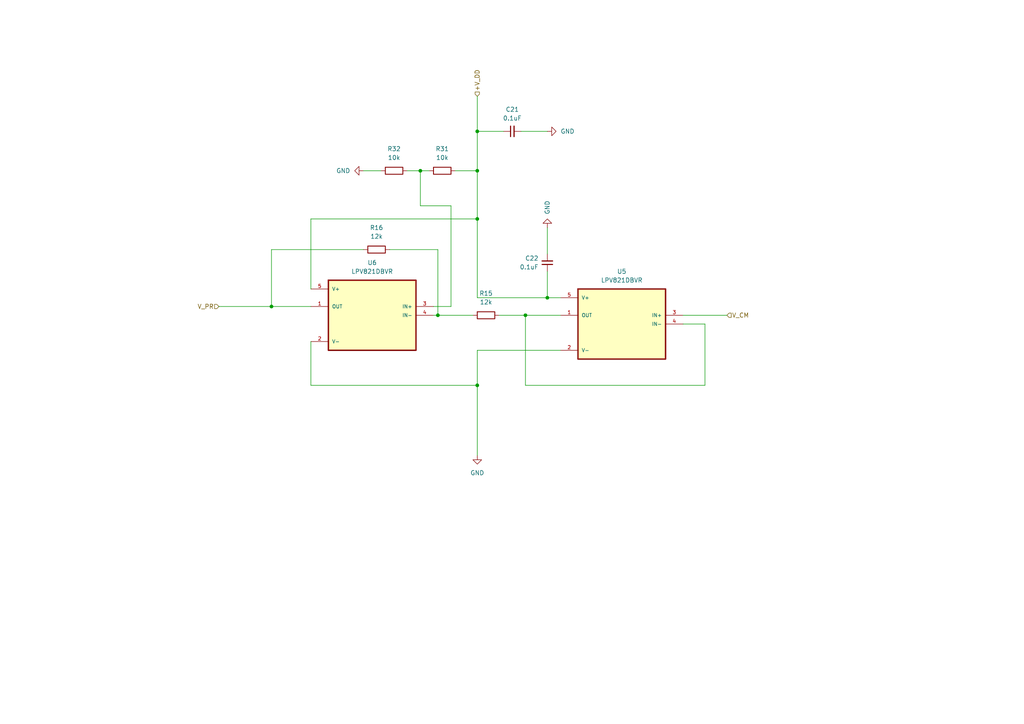
<source format=kicad_sch>
(kicad_sch
	(version 20231120)
	(generator "eeschema")
	(generator_version "8.0")
	(uuid "55aebef7-ba73-41cd-8409-51074960ee58")
	(paper "A4")
	(lib_symbols
		(symbol "Device:C_Small"
			(pin_numbers hide)
			(pin_names
				(offset 0.254) hide)
			(exclude_from_sim no)
			(in_bom yes)
			(on_board yes)
			(property "Reference" "C"
				(at 0.254 1.778 0)
				(effects
					(font
						(size 1.27 1.27)
					)
					(justify left)
				)
			)
			(property "Value" "C_Small"
				(at 0.254 -2.032 0)
				(effects
					(font
						(size 1.27 1.27)
					)
					(justify left)
				)
			)
			(property "Footprint" ""
				(at 0 0 0)
				(effects
					(font
						(size 1.27 1.27)
					)
					(hide yes)
				)
			)
			(property "Datasheet" "~"
				(at 0 0 0)
				(effects
					(font
						(size 1.27 1.27)
					)
					(hide yes)
				)
			)
			(property "Description" "Unpolarized capacitor, small symbol"
				(at 0 0 0)
				(effects
					(font
						(size 1.27 1.27)
					)
					(hide yes)
				)
			)
			(property "ki_keywords" "capacitor cap"
				(at 0 0 0)
				(effects
					(font
						(size 1.27 1.27)
					)
					(hide yes)
				)
			)
			(property "ki_fp_filters" "C_*"
				(at 0 0 0)
				(effects
					(font
						(size 1.27 1.27)
					)
					(hide yes)
				)
			)
			(symbol "C_Small_0_1"
				(polyline
					(pts
						(xy -1.524 -0.508) (xy 1.524 -0.508)
					)
					(stroke
						(width 0.3302)
						(type default)
					)
					(fill
						(type none)
					)
				)
				(polyline
					(pts
						(xy -1.524 0.508) (xy 1.524 0.508)
					)
					(stroke
						(width 0.3048)
						(type default)
					)
					(fill
						(type none)
					)
				)
			)
			(symbol "C_Small_1_1"
				(pin passive line
					(at 0 2.54 270)
					(length 2.032)
					(name "~"
						(effects
							(font
								(size 1.27 1.27)
							)
						)
					)
					(number "1"
						(effects
							(font
								(size 1.27 1.27)
							)
						)
					)
				)
				(pin passive line
					(at 0 -2.54 90)
					(length 2.032)
					(name "~"
						(effects
							(font
								(size 1.27 1.27)
							)
						)
					)
					(number "2"
						(effects
							(font
								(size 1.27 1.27)
							)
						)
					)
				)
			)
		)
		(symbol "Device:R"
			(pin_numbers hide)
			(pin_names
				(offset 0)
			)
			(exclude_from_sim no)
			(in_bom yes)
			(on_board yes)
			(property "Reference" "R"
				(at 2.032 0 90)
				(effects
					(font
						(size 1.27 1.27)
					)
				)
			)
			(property "Value" "R"
				(at 0 0 90)
				(effects
					(font
						(size 1.27 1.27)
					)
				)
			)
			(property "Footprint" ""
				(at -1.778 0 90)
				(effects
					(font
						(size 1.27 1.27)
					)
					(hide yes)
				)
			)
			(property "Datasheet" "~"
				(at 0 0 0)
				(effects
					(font
						(size 1.27 1.27)
					)
					(hide yes)
				)
			)
			(property "Description" "Resistor"
				(at 0 0 0)
				(effects
					(font
						(size 1.27 1.27)
					)
					(hide yes)
				)
			)
			(property "ki_keywords" "R res resistor"
				(at 0 0 0)
				(effects
					(font
						(size 1.27 1.27)
					)
					(hide yes)
				)
			)
			(property "ki_fp_filters" "R_*"
				(at 0 0 0)
				(effects
					(font
						(size 1.27 1.27)
					)
					(hide yes)
				)
			)
			(symbol "R_0_1"
				(rectangle
					(start -1.016 -2.54)
					(end 1.016 2.54)
					(stroke
						(width 0.254)
						(type default)
					)
					(fill
						(type none)
					)
				)
			)
			(symbol "R_1_1"
				(pin passive line
					(at 0 3.81 270)
					(length 1.27)
					(name "~"
						(effects
							(font
								(size 1.27 1.27)
							)
						)
					)
					(number "1"
						(effects
							(font
								(size 1.27 1.27)
							)
						)
					)
				)
				(pin passive line
					(at 0 -3.81 90)
					(length 1.27)
					(name "~"
						(effects
							(font
								(size 1.27 1.27)
							)
						)
					)
					(number "2"
						(effects
							(font
								(size 1.27 1.27)
							)
						)
					)
				)
			)
		)
		(symbol "LPV821DBVR:LPV821DBVR"
			(pin_names
				(offset 1.016)
			)
			(exclude_from_sim no)
			(in_bom yes)
			(on_board yes)
			(property "Reference" "U"
				(at -12.7 11.1506 0)
				(effects
					(font
						(size 1.27 1.27)
					)
					(justify left bottom)
				)
			)
			(property "Value" "LPV821DBVR"
				(at -12.7 -14.1478 0)
				(effects
					(font
						(size 1.27 1.27)
					)
					(justify left bottom)
				)
			)
			(property "Footprint" "SOT95P280X145-5N"
				(at 0 0 0)
				(effects
					(font
						(size 1.27 1.27)
					)
					(justify left bottom)
					(hide yes)
				)
			)
			(property "Datasheet" ""
				(at 0 0 0)
				(effects
					(font
						(size 1.27 1.27)
					)
					(justify left bottom)
					(hide yes)
				)
			)
			(property "Description" ""
				(at 0 0 0)
				(effects
					(font
						(size 1.27 1.27)
					)
					(hide yes)
				)
			)
			(property "MF" "Texas Instruments"
				(at 0 0 0)
				(effects
					(font
						(size 1.27 1.27)
					)
					(justify left bottom)
					(hide yes)
				)
			)
			(property "Description_1" "\\n650nA, Precision Zero-Drift Nanopower Amplifier\\n"
				(at 0 0 0)
				(effects
					(font
						(size 1.27 1.27)
					)
					(justify left bottom)
					(hide yes)
				)
			)
			(property "Package" "SOT-23-5 Texas Instruments"
				(at 0 0 0)
				(effects
					(font
						(size 1.27 1.27)
					)
					(justify left bottom)
					(hide yes)
				)
			)
			(property "Price" "None"
				(at 0 0 0)
				(effects
					(font
						(size 1.27 1.27)
					)
					(justify left bottom)
					(hide yes)
				)
			)
			(property "SnapEDA_Link" "https://www.snapeda.com/parts/LPV821DBVR/Texas+Instruments/view-part/?ref=snap"
				(at 0 0 0)
				(effects
					(font
						(size 1.27 1.27)
					)
					(justify left bottom)
					(hide yes)
				)
			)
			(property "MP" "LPV821DBVR"
				(at 0 0 0)
				(effects
					(font
						(size 1.27 1.27)
					)
					(justify left bottom)
					(hide yes)
				)
			)
			(property "Purchase-URL" "https://www.snapeda.com/api/url_track_click_mouser/?unipart_id=2773057&manufacturer=Texas Instruments&part_name=LPV821DBVR&search_term=None"
				(at 0 0 0)
				(effects
					(font
						(size 1.27 1.27)
					)
					(justify left bottom)
					(hide yes)
				)
			)
			(property "Availability" "In Stock"
				(at 0 0 0)
				(effects
					(font
						(size 1.27 1.27)
					)
					(justify left bottom)
					(hide yes)
				)
			)
			(property "Check_prices" "https://www.snapeda.com/parts/LPV821DBVR/Texas+Instruments/view-part/?ref=eda"
				(at 0 0 0)
				(effects
					(font
						(size 1.27 1.27)
					)
					(justify left bottom)
					(hide yes)
				)
			)
			(property "ki_locked" ""
				(at 0 0 0)
				(effects
					(font
						(size 1.27 1.27)
					)
				)
			)
			(symbol "LPV821DBVR_0_0"
				(rectangle
					(start -12.7 -10.16)
					(end 12.7 10.16)
					(stroke
						(width 0.4064)
						(type solid)
					)
					(fill
						(type background)
					)
				)
				(pin output line
					(at 17.78 2.54 180)
					(length 5.08)
					(name "OUT"
						(effects
							(font
								(size 1.016 1.016)
							)
						)
					)
					(number "1"
						(effects
							(font
								(size 1.016 1.016)
							)
						)
					)
				)
				(pin power_in line
					(at 17.78 -7.62 180)
					(length 5.08)
					(name "V-"
						(effects
							(font
								(size 1.016 1.016)
							)
						)
					)
					(number "2"
						(effects
							(font
								(size 1.016 1.016)
							)
						)
					)
				)
				(pin input line
					(at -17.78 2.54 0)
					(length 5.08)
					(name "IN+"
						(effects
							(font
								(size 1.016 1.016)
							)
						)
					)
					(number "3"
						(effects
							(font
								(size 1.016 1.016)
							)
						)
					)
				)
				(pin input line
					(at -17.78 0 0)
					(length 5.08)
					(name "IN-"
						(effects
							(font
								(size 1.016 1.016)
							)
						)
					)
					(number "4"
						(effects
							(font
								(size 1.016 1.016)
							)
						)
					)
				)
				(pin power_in line
					(at 17.78 7.62 180)
					(length 5.08)
					(name "V+"
						(effects
							(font
								(size 1.016 1.016)
							)
						)
					)
					(number "5"
						(effects
							(font
								(size 1.016 1.016)
							)
						)
					)
				)
			)
		)
		(symbol "power:GND"
			(power)
			(pin_numbers hide)
			(pin_names
				(offset 0) hide)
			(exclude_from_sim no)
			(in_bom yes)
			(on_board yes)
			(property "Reference" "#PWR"
				(at 0 -6.35 0)
				(effects
					(font
						(size 1.27 1.27)
					)
					(hide yes)
				)
			)
			(property "Value" "GND"
				(at 0 -3.81 0)
				(effects
					(font
						(size 1.27 1.27)
					)
				)
			)
			(property "Footprint" ""
				(at 0 0 0)
				(effects
					(font
						(size 1.27 1.27)
					)
					(hide yes)
				)
			)
			(property "Datasheet" ""
				(at 0 0 0)
				(effects
					(font
						(size 1.27 1.27)
					)
					(hide yes)
				)
			)
			(property "Description" "Power symbol creates a global label with name \"GND\" , ground"
				(at 0 0 0)
				(effects
					(font
						(size 1.27 1.27)
					)
					(hide yes)
				)
			)
			(property "ki_keywords" "global power"
				(at 0 0 0)
				(effects
					(font
						(size 1.27 1.27)
					)
					(hide yes)
				)
			)
			(symbol "GND_0_1"
				(polyline
					(pts
						(xy 0 0) (xy 0 -1.27) (xy 1.27 -1.27) (xy 0 -2.54) (xy -1.27 -1.27) (xy 0 -1.27)
					)
					(stroke
						(width 0)
						(type default)
					)
					(fill
						(type none)
					)
				)
			)
			(symbol "GND_1_1"
				(pin power_in line
					(at 0 0 270)
					(length 0)
					(name "~"
						(effects
							(font
								(size 1.27 1.27)
							)
						)
					)
					(number "1"
						(effects
							(font
								(size 1.27 1.27)
							)
						)
					)
				)
			)
		)
	)
	(junction
		(at 121.92 49.53)
		(diameter 0)
		(color 0 0 0 0)
		(uuid "02b57e80-6627-4563-94ac-1aaf985c0c07")
	)
	(junction
		(at 127 91.44)
		(diameter 0)
		(color 0 0 0 0)
		(uuid "0b2e3010-d435-4167-8b53-d5670b7ee5c4")
	)
	(junction
		(at 138.43 63.5)
		(diameter 0)
		(color 0 0 0 0)
		(uuid "1b3d8dfc-bc14-4d77-9b15-ea1dc0207fef")
	)
	(junction
		(at 138.43 38.1)
		(diameter 0)
		(color 0 0 0 0)
		(uuid "51476b80-a383-406a-bf81-59630294900f")
	)
	(junction
		(at 138.43 111.76)
		(diameter 0)
		(color 0 0 0 0)
		(uuid "56eb2540-8aa3-478e-8b0e-e8ab2b61e19c")
	)
	(junction
		(at 138.43 49.53)
		(diameter 0)
		(color 0 0 0 0)
		(uuid "b72a81bf-8f1c-4ab0-8b93-42148db6e785")
	)
	(junction
		(at 78.74 88.9)
		(diameter 0)
		(color 0 0 0 0)
		(uuid "cddaed37-2efc-41cc-97a6-55904c185fde")
	)
	(junction
		(at 158.75 86.36)
		(diameter 0)
		(color 0 0 0 0)
		(uuid "ed33f12f-42ba-4ff0-afd9-213d841227de")
	)
	(junction
		(at 152.4 91.44)
		(diameter 0)
		(color 0 0 0 0)
		(uuid "fc944e09-4c51-42cf-929d-e97a4d1cb79a")
	)
	(wire
		(pts
			(xy 127 91.44) (xy 125.73 91.44)
		)
		(stroke
			(width 0)
			(type default)
		)
		(uuid "058a0715-13b9-4fec-bb6a-4d78b041559c")
	)
	(wire
		(pts
			(xy 158.75 73.66) (xy 158.75 66.04)
		)
		(stroke
			(width 0)
			(type default)
		)
		(uuid "136ad9e2-3878-4936-b21e-1125d3aa2ace")
	)
	(wire
		(pts
			(xy 121.92 59.69) (xy 130.81 59.69)
		)
		(stroke
			(width 0)
			(type default)
		)
		(uuid "198e9b24-5b1a-4399-904d-cad1b731137b")
	)
	(wire
		(pts
			(xy 78.74 88.9) (xy 63.5 88.9)
		)
		(stroke
			(width 0)
			(type default)
		)
		(uuid "2ad906ff-f394-45ee-9020-f940bb56c0d0")
	)
	(wire
		(pts
			(xy 138.43 111.76) (xy 138.43 132.08)
		)
		(stroke
			(width 0)
			(type default)
		)
		(uuid "2bed9e75-9b70-44c3-8b0b-0b90484dbadc")
	)
	(wire
		(pts
			(xy 151.13 38.1) (xy 158.75 38.1)
		)
		(stroke
			(width 0)
			(type default)
		)
		(uuid "34ada8a1-edd4-436e-853b-9a2160282d58")
	)
	(wire
		(pts
			(xy 138.43 101.6) (xy 162.56 101.6)
		)
		(stroke
			(width 0)
			(type default)
		)
		(uuid "3ee8f515-d214-487f-bd7a-a96a91de9a2a")
	)
	(wire
		(pts
			(xy 138.43 49.53) (xy 138.43 63.5)
		)
		(stroke
			(width 0)
			(type default)
		)
		(uuid "41dc9f46-41d5-4b36-954a-409ceae4c289")
	)
	(wire
		(pts
			(xy 138.43 86.36) (xy 158.75 86.36)
		)
		(stroke
			(width 0)
			(type default)
		)
		(uuid "4313d350-a097-4d55-863f-4652e029ebb4")
	)
	(wire
		(pts
			(xy 138.43 38.1) (xy 138.43 49.53)
		)
		(stroke
			(width 0)
			(type default)
		)
		(uuid "46c7f55b-a918-4cfa-9798-fd1b4a1d3415")
	)
	(wire
		(pts
			(xy 198.12 93.98) (xy 204.47 93.98)
		)
		(stroke
			(width 0)
			(type default)
		)
		(uuid "498a71be-c437-4a62-8528-6cc05cd6b72c")
	)
	(wire
		(pts
			(xy 90.17 88.9) (xy 78.74 88.9)
		)
		(stroke
			(width 0)
			(type default)
		)
		(uuid "5191cab3-7060-4d29-b69d-5f894ba9211d")
	)
	(wire
		(pts
			(xy 138.43 49.53) (xy 132.08 49.53)
		)
		(stroke
			(width 0)
			(type default)
		)
		(uuid "605ef4af-ddb9-41a1-a870-15de8511b694")
	)
	(wire
		(pts
			(xy 124.46 49.53) (xy 121.92 49.53)
		)
		(stroke
			(width 0)
			(type default)
		)
		(uuid "620139fd-0b44-4eab-9420-2ffccea7bcb9")
	)
	(wire
		(pts
			(xy 158.75 86.36) (xy 162.56 86.36)
		)
		(stroke
			(width 0)
			(type default)
		)
		(uuid "62b153b1-34d9-4875-b57a-386126a31f2e")
	)
	(wire
		(pts
			(xy 130.81 59.69) (xy 130.81 88.9)
		)
		(stroke
			(width 0)
			(type default)
		)
		(uuid "716b0d15-0e86-4833-bbc4-2020619d002e")
	)
	(wire
		(pts
			(xy 127 72.39) (xy 127 91.44)
		)
		(stroke
			(width 0)
			(type default)
		)
		(uuid "7ac5d029-6fdd-442f-825c-c70881aed63e")
	)
	(wire
		(pts
			(xy 138.43 101.6) (xy 138.43 111.76)
		)
		(stroke
			(width 0)
			(type default)
		)
		(uuid "7f0b8cae-aa33-471c-ac2a-1b749feda5e9")
	)
	(wire
		(pts
			(xy 121.92 49.53) (xy 121.92 59.69)
		)
		(stroke
			(width 0)
			(type default)
		)
		(uuid "815cf317-4361-42fd-923a-08adb0d4d953")
	)
	(wire
		(pts
			(xy 138.43 27.94) (xy 138.43 38.1)
		)
		(stroke
			(width 0)
			(type default)
		)
		(uuid "8dda95fd-a701-48aa-a516-2408c666b179")
	)
	(wire
		(pts
			(xy 78.74 72.39) (xy 105.41 72.39)
		)
		(stroke
			(width 0)
			(type default)
		)
		(uuid "964c6be9-bd4c-4083-a15a-e532ffc936ed")
	)
	(wire
		(pts
			(xy 204.47 93.98) (xy 204.47 111.76)
		)
		(stroke
			(width 0)
			(type default)
		)
		(uuid "96ecac1f-15f4-45b3-8b9e-9a213f998684")
	)
	(wire
		(pts
			(xy 152.4 91.44) (xy 144.78 91.44)
		)
		(stroke
			(width 0)
			(type default)
		)
		(uuid "9b03d3fa-8fb0-4c34-bf06-4d0ebddb2f41")
	)
	(wire
		(pts
			(xy 110.49 49.53) (xy 105.41 49.53)
		)
		(stroke
			(width 0)
			(type default)
		)
		(uuid "a018eac9-3101-4b75-963b-0c5c7a9c9423")
	)
	(wire
		(pts
			(xy 130.81 88.9) (xy 125.73 88.9)
		)
		(stroke
			(width 0)
			(type default)
		)
		(uuid "a23f1fa2-5c9b-4238-9028-cb9016882e84")
	)
	(wire
		(pts
			(xy 113.03 72.39) (xy 127 72.39)
		)
		(stroke
			(width 0)
			(type default)
		)
		(uuid "a6700fb1-8b08-4fdc-8038-0a3135a5366e")
	)
	(wire
		(pts
			(xy 138.43 63.5) (xy 90.17 63.5)
		)
		(stroke
			(width 0)
			(type default)
		)
		(uuid "b50a48f0-2eab-47e9-90f6-d8e50fa2220e")
	)
	(wire
		(pts
			(xy 152.4 111.76) (xy 152.4 91.44)
		)
		(stroke
			(width 0)
			(type default)
		)
		(uuid "b9c00a5b-c50c-46b7-8155-9333e0fb6c67")
	)
	(wire
		(pts
			(xy 210.82 91.44) (xy 198.12 91.44)
		)
		(stroke
			(width 0)
			(type default)
		)
		(uuid "bcf28df5-c9f4-4e36-b9e3-2517f2e8ae11")
	)
	(wire
		(pts
			(xy 90.17 63.5) (xy 90.17 83.82)
		)
		(stroke
			(width 0)
			(type default)
		)
		(uuid "be72be08-5b52-4cb2-b5b1-89036bd64daf")
	)
	(wire
		(pts
			(xy 138.43 111.76) (xy 90.17 111.76)
		)
		(stroke
			(width 0)
			(type default)
		)
		(uuid "bfc4a55f-f46d-4b81-8d06-1068811af312")
	)
	(wire
		(pts
			(xy 78.74 88.9) (xy 78.74 72.39)
		)
		(stroke
			(width 0)
			(type default)
		)
		(uuid "c3da0c0f-92a6-44e1-ad70-dc6361d4f345")
	)
	(wire
		(pts
			(xy 90.17 111.76) (xy 90.17 99.06)
		)
		(stroke
			(width 0)
			(type default)
		)
		(uuid "cdcd5bd3-86d1-4308-bbb0-d6e1a3829337")
	)
	(wire
		(pts
			(xy 204.47 111.76) (xy 152.4 111.76)
		)
		(stroke
			(width 0)
			(type default)
		)
		(uuid "ceae3299-18ab-43ce-852f-6d7839b5386d")
	)
	(wire
		(pts
			(xy 137.16 91.44) (xy 127 91.44)
		)
		(stroke
			(width 0)
			(type default)
		)
		(uuid "d853e43a-5661-4660-b8f3-3c3942dcf077")
	)
	(wire
		(pts
			(xy 162.56 91.44) (xy 152.4 91.44)
		)
		(stroke
			(width 0)
			(type default)
		)
		(uuid "da7f3918-738d-4b33-b221-caa4031257a5")
	)
	(wire
		(pts
			(xy 146.05 38.1) (xy 138.43 38.1)
		)
		(stroke
			(width 0)
			(type default)
		)
		(uuid "df548c21-22a3-488e-8dc1-545788cd49b4")
	)
	(wire
		(pts
			(xy 121.92 49.53) (xy 118.11 49.53)
		)
		(stroke
			(width 0)
			(type default)
		)
		(uuid "e958380e-ee21-45fc-8663-353306a02a78")
	)
	(wire
		(pts
			(xy 138.43 63.5) (xy 138.43 86.36)
		)
		(stroke
			(width 0)
			(type default)
		)
		(uuid "e959217a-810d-4b5b-84c2-56322bb8fa53")
	)
	(wire
		(pts
			(xy 158.75 78.74) (xy 158.75 86.36)
		)
		(stroke
			(width 0)
			(type default)
		)
		(uuid "fc57f11e-fb9f-47ca-b475-2ea911b683e4")
	)
	(hierarchical_label "V_PR"
		(shape input)
		(at 63.5 88.9 180)
		(fields_autoplaced yes)
		(effects
			(font
				(size 1.27 1.27)
			)
			(justify right)
		)
		(uuid "769532d7-c266-49c3-9e6c-24952884a11d")
	)
	(hierarchical_label "+V_DD"
		(shape input)
		(at 138.43 27.94 90)
		(fields_autoplaced yes)
		(effects
			(font
				(size 1.27 1.27)
			)
			(justify left)
		)
		(uuid "7ee7bbb8-1b88-4aed-b75e-af20b87f16ff")
	)
	(hierarchical_label "V_CM"
		(shape input)
		(at 210.82 91.44 0)
		(fields_autoplaced yes)
		(effects
			(font
				(size 1.27 1.27)
			)
			(justify left)
		)
		(uuid "aa22f9e7-a667-43ed-b3ef-cb0b50ddbb7f")
	)
	(symbol
		(lib_id "Device:C_Small")
		(at 148.59 38.1 90)
		(mirror x)
		(unit 1)
		(exclude_from_sim no)
		(in_bom yes)
		(on_board yes)
		(dnp no)
		(fields_autoplaced yes)
		(uuid "14cee6fb-bafb-47c9-b3cf-8a167c9f7d9e")
		(property "Reference" "C21"
			(at 148.5963 31.75 90)
			(effects
				(font
					(size 1.27 1.27)
				)
			)
		)
		(property "Value" "0.1uF"
			(at 148.5963 34.29 90)
			(effects
				(font
					(size 1.27 1.27)
				)
			)
		)
		(property "Footprint" "Capacitor_SMD:C_0402_1005Metric"
			(at 148.59 38.1 0)
			(effects
				(font
					(size 1.27 1.27)
				)
				(hide yes)
			)
		)
		(property "Datasheet" "~"
			(at 148.59 38.1 0)
			(effects
				(font
					(size 1.27 1.27)
				)
				(hide yes)
			)
		)
		(property "Description" "Unpolarized capacitor, small symbol"
			(at 148.59 38.1 0)
			(effects
				(font
					(size 1.27 1.27)
				)
				(hide yes)
			)
		)
		(pin "1"
			(uuid "e3816eb9-c020-485e-bf3c-29d943e1ea4c")
		)
		(pin "2"
			(uuid "b3c46338-95e8-49ab-9f01-fdc810d8a591")
		)
		(instances
			(project "EMG_amplifier"
				(path "/26861adc-1ddf-4c37-9f8b-8db1c0839771/566a5450-97e0-4bc1-8c47-b0ac1397ab98/87e3490f-ae1c-443c-8c09-d2b58f9f3cb7"
					(reference "C21")
					(unit 1)
				)
			)
		)
	)
	(symbol
		(lib_id "LPV821DBVR:LPV821DBVR")
		(at 180.34 93.98 0)
		(mirror y)
		(unit 1)
		(exclude_from_sim no)
		(in_bom yes)
		(on_board yes)
		(dnp no)
		(fields_autoplaced yes)
		(uuid "201a683b-1b78-4a4f-ad7f-78976f09158c")
		(property "Reference" "U5"
			(at 180.34 78.74 0)
			(effects
				(font
					(size 1.27 1.27)
				)
			)
		)
		(property "Value" "LPV821DBVR"
			(at 180.34 81.28 0)
			(effects
				(font
					(size 1.27 1.27)
				)
			)
		)
		(property "Footprint" "SOT95P280X145-5N"
			(at 180.34 93.98 0)
			(effects
				(font
					(size 1.27 1.27)
				)
				(justify left bottom)
				(hide yes)
			)
		)
		(property "Datasheet" ""
			(at 180.34 93.98 0)
			(effects
				(font
					(size 1.27 1.27)
				)
				(justify left bottom)
				(hide yes)
			)
		)
		(property "Description" ""
			(at 180.34 93.98 0)
			(effects
				(font
					(size 1.27 1.27)
				)
				(hide yes)
			)
		)
		(property "MF" "Texas Instruments"
			(at 180.34 93.98 0)
			(effects
				(font
					(size 1.27 1.27)
				)
				(justify left bottom)
				(hide yes)
			)
		)
		(property "Description_1" "\\n650nA, Precision Zero-Drift Nanopower Amplifier\\n"
			(at 180.34 93.98 0)
			(effects
				(font
					(size 1.27 1.27)
				)
				(justify left bottom)
				(hide yes)
			)
		)
		(property "Package" "SOT-23-5 Texas Instruments"
			(at 180.34 93.98 0)
			(effects
				(font
					(size 1.27 1.27)
				)
				(justify left bottom)
				(hide yes)
			)
		)
		(property "Price" "None"
			(at 180.34 93.98 0)
			(effects
				(font
					(size 1.27 1.27)
				)
				(justify left bottom)
				(hide yes)
			)
		)
		(property "SnapEDA_Link" "https://www.snapeda.com/parts/LPV821DBVR/Texas+Instruments/view-part/?ref=snap"
			(at 180.34 93.98 0)
			(effects
				(font
					(size 1.27 1.27)
				)
				(justify left bottom)
				(hide yes)
			)
		)
		(property "MP" "LPV821DBVR"
			(at 180.34 93.98 0)
			(effects
				(font
					(size 1.27 1.27)
				)
				(justify left bottom)
				(hide yes)
			)
		)
		(property "Purchase-URL" "https://www.snapeda.com/api/url_track_click_mouser/?unipart_id=2773057&manufacturer=Texas Instruments&part_name=LPV821DBVR&search_term=None"
			(at 180.34 93.98 0)
			(effects
				(font
					(size 1.27 1.27)
				)
				(justify left bottom)
				(hide yes)
			)
		)
		(property "Availability" "In Stock"
			(at 180.34 93.98 0)
			(effects
				(font
					(size 1.27 1.27)
				)
				(justify left bottom)
				(hide yes)
			)
		)
		(property "Check_prices" "https://www.snapeda.com/parts/LPV821DBVR/Texas+Instruments/view-part/?ref=eda"
			(at 180.34 93.98 0)
			(effects
				(font
					(size 1.27 1.27)
				)
				(justify left bottom)
				(hide yes)
			)
		)
		(pin "5"
			(uuid "e992c834-0a3d-4138-a8e5-0fa6a9201c09")
		)
		(pin "4"
			(uuid "c1b089ea-4c74-4577-9c9b-eea60f0e3310")
		)
		(pin "1"
			(uuid "3b13ced3-7044-4ab9-adcd-98e145efa3dc")
		)
		(pin "2"
			(uuid "ed5ba16d-d83c-4955-8577-096e586781d6")
		)
		(pin "3"
			(uuid "6f3cebc3-81df-4ee0-ad76-477e9c09d714")
		)
		(instances
			(project "EMG_amplifier"
				(path "/26861adc-1ddf-4c37-9f8b-8db1c0839771/566a5450-97e0-4bc1-8c47-b0ac1397ab98/87e3490f-ae1c-443c-8c09-d2b58f9f3cb7"
					(reference "U5")
					(unit 1)
				)
			)
		)
	)
	(symbol
		(lib_id "power:GND")
		(at 105.41 49.53 270)
		(mirror x)
		(unit 1)
		(exclude_from_sim no)
		(in_bom yes)
		(on_board yes)
		(dnp no)
		(uuid "4fb6a605-57fc-4654-b2bf-29c7e7d93f4d")
		(property "Reference" "#PWR017"
			(at 99.06 49.53 0)
			(effects
				(font
					(size 1.27 1.27)
				)
				(hide yes)
			)
		)
		(property "Value" "GND"
			(at 101.6 49.5299 90)
			(effects
				(font
					(size 1.27 1.27)
				)
				(justify right)
			)
		)
		(property "Footprint" ""
			(at 105.41 49.53 0)
			(effects
				(font
					(size 1.27 1.27)
				)
				(hide yes)
			)
		)
		(property "Datasheet" ""
			(at 105.41 49.53 0)
			(effects
				(font
					(size 1.27 1.27)
				)
				(hide yes)
			)
		)
		(property "Description" "Power symbol creates a global label with name \"GND\" , ground"
			(at 105.41 49.53 0)
			(effects
				(font
					(size 1.27 1.27)
				)
				(hide yes)
			)
		)
		(pin "1"
			(uuid "090fd393-7ced-4daf-ae47-491268c2c088")
		)
		(instances
			(project ""
				(path "/26861adc-1ddf-4c37-9f8b-8db1c0839771/566a5450-97e0-4bc1-8c47-b0ac1397ab98/87e3490f-ae1c-443c-8c09-d2b58f9f3cb7"
					(reference "#PWR017")
					(unit 1)
				)
			)
		)
	)
	(symbol
		(lib_id "power:GND")
		(at 158.75 66.04 0)
		(mirror x)
		(unit 1)
		(exclude_from_sim no)
		(in_bom yes)
		(on_board yes)
		(dnp no)
		(fields_autoplaced yes)
		(uuid "618da622-33ec-4d4a-99f3-097a3a58e20b")
		(property "Reference" "#PWR012"
			(at 158.75 59.69 0)
			(effects
				(font
					(size 1.27 1.27)
				)
				(hide yes)
			)
		)
		(property "Value" "GND"
			(at 158.7501 62.23 90)
			(effects
				(font
					(size 1.27 1.27)
				)
				(justify right)
			)
		)
		(property "Footprint" ""
			(at 158.75 66.04 0)
			(effects
				(font
					(size 1.27 1.27)
				)
				(hide yes)
			)
		)
		(property "Datasheet" ""
			(at 158.75 66.04 0)
			(effects
				(font
					(size 1.27 1.27)
				)
				(hide yes)
			)
		)
		(property "Description" "Power symbol creates a global label with name \"GND\" , ground"
			(at 158.75 66.04 0)
			(effects
				(font
					(size 1.27 1.27)
				)
				(hide yes)
			)
		)
		(pin "1"
			(uuid "e421df3c-78ec-4be8-a2f7-fc86b4c8180d")
		)
		(instances
			(project "EMG_amplifier"
				(path "/26861adc-1ddf-4c37-9f8b-8db1c0839771/566a5450-97e0-4bc1-8c47-b0ac1397ab98/87e3490f-ae1c-443c-8c09-d2b58f9f3cb7"
					(reference "#PWR012")
					(unit 1)
				)
			)
		)
	)
	(symbol
		(lib_id "Device:R")
		(at 140.97 91.44 270)
		(mirror x)
		(unit 1)
		(exclude_from_sim no)
		(in_bom yes)
		(on_board yes)
		(dnp no)
		(fields_autoplaced yes)
		(uuid "775b613e-fd46-4031-9829-9d49da4f2f0e")
		(property "Reference" "R15"
			(at 140.97 85.09 90)
			(effects
				(font
					(size 1.27 1.27)
				)
			)
		)
		(property "Value" "12k"
			(at 140.97 87.63 90)
			(effects
				(font
					(size 1.27 1.27)
				)
			)
		)
		(property "Footprint" "Resistor_SMD:R_0402_1005Metric"
			(at 140.97 93.218 90)
			(effects
				(font
					(size 1.27 1.27)
				)
				(hide yes)
			)
		)
		(property "Datasheet" "~"
			(at 140.97 91.44 0)
			(effects
				(font
					(size 1.27 1.27)
				)
				(hide yes)
			)
		)
		(property "Description" "Resistor"
			(at 140.97 91.44 0)
			(effects
				(font
					(size 1.27 1.27)
				)
				(hide yes)
			)
		)
		(pin "1"
			(uuid "6405adb5-dff1-464b-9090-0a46bd7d5a1b")
		)
		(pin "2"
			(uuid "f2cedfdb-7469-44b5-8204-c4e7ba0dc733")
		)
		(instances
			(project "EMG_amplifier"
				(path "/26861adc-1ddf-4c37-9f8b-8db1c0839771/566a5450-97e0-4bc1-8c47-b0ac1397ab98/87e3490f-ae1c-443c-8c09-d2b58f9f3cb7"
					(reference "R15")
					(unit 1)
				)
			)
		)
	)
	(symbol
		(lib_id "Device:C_Small")
		(at 158.75 76.2 0)
		(mirror x)
		(unit 1)
		(exclude_from_sim no)
		(in_bom yes)
		(on_board yes)
		(dnp no)
		(fields_autoplaced yes)
		(uuid "a1999516-c5c5-47de-bad7-ad63aef2f847")
		(property "Reference" "C22"
			(at 156.21 74.9235 0)
			(effects
				(font
					(size 1.27 1.27)
				)
				(justify right)
			)
		)
		(property "Value" "0.1uF"
			(at 156.21 77.4635 0)
			(effects
				(font
					(size 1.27 1.27)
				)
				(justify right)
			)
		)
		(property "Footprint" "Capacitor_SMD:C_0402_1005Metric"
			(at 158.75 76.2 0)
			(effects
				(font
					(size 1.27 1.27)
				)
				(hide yes)
			)
		)
		(property "Datasheet" "~"
			(at 158.75 76.2 0)
			(effects
				(font
					(size 1.27 1.27)
				)
				(hide yes)
			)
		)
		(property "Description" "Unpolarized capacitor, small symbol"
			(at 158.75 76.2 0)
			(effects
				(font
					(size 1.27 1.27)
				)
				(hide yes)
			)
		)
		(pin "1"
			(uuid "8a044ae9-789e-4517-a3ae-bf64bf4cfe8d")
		)
		(pin "2"
			(uuid "e412a843-9133-488d-a006-d5abf9c55514")
		)
		(instances
			(project "EMG_amplifier"
				(path "/26861adc-1ddf-4c37-9f8b-8db1c0839771/566a5450-97e0-4bc1-8c47-b0ac1397ab98/87e3490f-ae1c-443c-8c09-d2b58f9f3cb7"
					(reference "C22")
					(unit 1)
				)
			)
		)
	)
	(symbol
		(lib_id "power:GND")
		(at 158.75 38.1 90)
		(mirror x)
		(unit 1)
		(exclude_from_sim no)
		(in_bom yes)
		(on_board yes)
		(dnp no)
		(fields_autoplaced yes)
		(uuid "a59421b4-2a4f-4ae9-b771-268fd336f4e1")
		(property "Reference" "#PWR013"
			(at 165.1 38.1 0)
			(effects
				(font
					(size 1.27 1.27)
				)
				(hide yes)
			)
		)
		(property "Value" "GND"
			(at 162.56 38.1001 90)
			(effects
				(font
					(size 1.27 1.27)
				)
				(justify right)
			)
		)
		(property "Footprint" ""
			(at 158.75 38.1 0)
			(effects
				(font
					(size 1.27 1.27)
				)
				(hide yes)
			)
		)
		(property "Datasheet" ""
			(at 158.75 38.1 0)
			(effects
				(font
					(size 1.27 1.27)
				)
				(hide yes)
			)
		)
		(property "Description" "Power symbol creates a global label with name \"GND\" , ground"
			(at 158.75 38.1 0)
			(effects
				(font
					(size 1.27 1.27)
				)
				(hide yes)
			)
		)
		(pin "1"
			(uuid "3e00d935-4aff-49ad-960d-3e1ed2fd4f8c")
		)
		(instances
			(project "EMG_amplifier"
				(path "/26861adc-1ddf-4c37-9f8b-8db1c0839771/566a5450-97e0-4bc1-8c47-b0ac1397ab98/87e3490f-ae1c-443c-8c09-d2b58f9f3cb7"
					(reference "#PWR013")
					(unit 1)
				)
			)
		)
	)
	(symbol
		(lib_id "Device:R")
		(at 128.27 49.53 270)
		(mirror x)
		(unit 1)
		(exclude_from_sim no)
		(in_bom yes)
		(on_board yes)
		(dnp no)
		(fields_autoplaced yes)
		(uuid "b7650752-4dfe-4499-8343-5d373d2f41c7")
		(property "Reference" "R31"
			(at 128.27 43.18 90)
			(effects
				(font
					(size 1.27 1.27)
				)
			)
		)
		(property "Value" "10k"
			(at 128.27 45.72 90)
			(effects
				(font
					(size 1.27 1.27)
				)
			)
		)
		(property "Footprint" "Resistor_SMD:R_0402_1005Metric"
			(at 128.27 51.308 90)
			(effects
				(font
					(size 1.27 1.27)
				)
				(hide yes)
			)
		)
		(property "Datasheet" "~"
			(at 128.27 49.53 0)
			(effects
				(font
					(size 1.27 1.27)
				)
				(hide yes)
			)
		)
		(property "Description" "Resistor"
			(at 128.27 49.53 0)
			(effects
				(font
					(size 1.27 1.27)
				)
				(hide yes)
			)
		)
		(pin "2"
			(uuid "04f8368c-12cd-41da-b902-190db3db0a08")
		)
		(pin "1"
			(uuid "d0065094-8580-45c0-8532-4e8bca828f9d")
		)
		(instances
			(project ""
				(path "/26861adc-1ddf-4c37-9f8b-8db1c0839771/566a5450-97e0-4bc1-8c47-b0ac1397ab98/87e3490f-ae1c-443c-8c09-d2b58f9f3cb7"
					(reference "R31")
					(unit 1)
				)
			)
		)
	)
	(symbol
		(lib_id "Device:R")
		(at 114.3 49.53 270)
		(mirror x)
		(unit 1)
		(exclude_from_sim no)
		(in_bom yes)
		(on_board yes)
		(dnp no)
		(fields_autoplaced yes)
		(uuid "c1d1460c-bceb-49a1-a82e-08fad2ea3114")
		(property "Reference" "R32"
			(at 114.3 43.18 90)
			(effects
				(font
					(size 1.27 1.27)
				)
			)
		)
		(property "Value" "10k"
			(at 114.3 45.72 90)
			(effects
				(font
					(size 1.27 1.27)
				)
			)
		)
		(property "Footprint" "Resistor_SMD:R_0402_1005Metric"
			(at 114.3 51.308 90)
			(effects
				(font
					(size 1.27 1.27)
				)
				(hide yes)
			)
		)
		(property "Datasheet" "~"
			(at 114.3 49.53 0)
			(effects
				(font
					(size 1.27 1.27)
				)
				(hide yes)
			)
		)
		(property "Description" "Resistor"
			(at 114.3 49.53 0)
			(effects
				(font
					(size 1.27 1.27)
				)
				(hide yes)
			)
		)
		(pin "2"
			(uuid "8f5588c8-5ae1-4301-b466-878ed3486c79")
		)
		(pin "1"
			(uuid "4ccf22b4-4109-4928-8333-ca7458a91132")
		)
		(instances
			(project ""
				(path "/26861adc-1ddf-4c37-9f8b-8db1c0839771/566a5450-97e0-4bc1-8c47-b0ac1397ab98/87e3490f-ae1c-443c-8c09-d2b58f9f3cb7"
					(reference "R32")
					(unit 1)
				)
			)
		)
	)
	(symbol
		(lib_id "power:GND")
		(at 138.43 132.08 0)
		(mirror y)
		(unit 1)
		(exclude_from_sim no)
		(in_bom yes)
		(on_board yes)
		(dnp no)
		(fields_autoplaced yes)
		(uuid "c83c9aa7-7444-4181-9ac1-efcf9792ad91")
		(property "Reference" "#PWR018"
			(at 138.43 138.43 0)
			(effects
				(font
					(size 1.27 1.27)
				)
				(hide yes)
			)
		)
		(property "Value" "GND"
			(at 138.43 137.16 0)
			(effects
				(font
					(size 1.27 1.27)
				)
			)
		)
		(property "Footprint" ""
			(at 138.43 132.08 0)
			(effects
				(font
					(size 1.27 1.27)
				)
				(hide yes)
			)
		)
		(property "Datasheet" ""
			(at 138.43 132.08 0)
			(effects
				(font
					(size 1.27 1.27)
				)
				(hide yes)
			)
		)
		(property "Description" "Power symbol creates a global label with name \"GND\" , ground"
			(at 138.43 132.08 0)
			(effects
				(font
					(size 1.27 1.27)
				)
				(hide yes)
			)
		)
		(pin "1"
			(uuid "9e4f4759-756c-489a-a135-c19ea044baa5")
		)
		(instances
			(project ""
				(path "/26861adc-1ddf-4c37-9f8b-8db1c0839771/566a5450-97e0-4bc1-8c47-b0ac1397ab98/87e3490f-ae1c-443c-8c09-d2b58f9f3cb7"
					(reference "#PWR018")
					(unit 1)
				)
			)
		)
	)
	(symbol
		(lib_id "Device:R")
		(at 109.22 72.39 270)
		(mirror x)
		(unit 1)
		(exclude_from_sim no)
		(in_bom yes)
		(on_board yes)
		(dnp no)
		(fields_autoplaced yes)
		(uuid "d6f09429-b4bd-4549-a010-a66931fa3097")
		(property "Reference" "R16"
			(at 109.22 66.04 90)
			(effects
				(font
					(size 1.27 1.27)
				)
			)
		)
		(property "Value" "12k"
			(at 109.22 68.58 90)
			(effects
				(font
					(size 1.27 1.27)
				)
			)
		)
		(property "Footprint" "Resistor_SMD:R_0402_1005Metric"
			(at 109.22 74.168 90)
			(effects
				(font
					(size 1.27 1.27)
				)
				(hide yes)
			)
		)
		(property "Datasheet" "~"
			(at 109.22 72.39 0)
			(effects
				(font
					(size 1.27 1.27)
				)
				(hide yes)
			)
		)
		(property "Description" "Resistor"
			(at 109.22 72.39 0)
			(effects
				(font
					(size 1.27 1.27)
				)
				(hide yes)
			)
		)
		(pin "1"
			(uuid "05f183bd-2d73-4cea-84a9-4be1189cc13b")
		)
		(pin "2"
			(uuid "d2bb8048-cafe-4769-9316-f123794f11c7")
		)
		(instances
			(project "EMG_amplifier"
				(path "/26861adc-1ddf-4c37-9f8b-8db1c0839771/566a5450-97e0-4bc1-8c47-b0ac1397ab98/87e3490f-ae1c-443c-8c09-d2b58f9f3cb7"
					(reference "R16")
					(unit 1)
				)
			)
		)
	)
	(symbol
		(lib_id "LPV821DBVR:LPV821DBVR")
		(at 107.95 91.44 0)
		(mirror y)
		(unit 1)
		(exclude_from_sim no)
		(in_bom yes)
		(on_board yes)
		(dnp no)
		(fields_autoplaced yes)
		(uuid "de405e28-e67b-425c-b734-15ba04074263")
		(property "Reference" "U6"
			(at 107.95 76.2 0)
			(effects
				(font
					(size 1.27 1.27)
				)
			)
		)
		(property "Value" "LPV821DBVR"
			(at 107.95 78.74 0)
			(effects
				(font
					(size 1.27 1.27)
				)
			)
		)
		(property "Footprint" "SOT95P280X145-5N"
			(at 107.95 91.44 0)
			(effects
				(font
					(size 1.27 1.27)
				)
				(justify left bottom)
				(hide yes)
			)
		)
		(property "Datasheet" ""
			(at 107.95 91.44 0)
			(effects
				(font
					(size 1.27 1.27)
				)
				(justify left bottom)
				(hide yes)
			)
		)
		(property "Description" ""
			(at 107.95 91.44 0)
			(effects
				(font
					(size 1.27 1.27)
				)
				(hide yes)
			)
		)
		(property "MF" "Texas Instruments"
			(at 107.95 91.44 0)
			(effects
				(font
					(size 1.27 1.27)
				)
				(justify left bottom)
				(hide yes)
			)
		)
		(property "Description_1" "\\n650nA, Precision Zero-Drift Nanopower Amplifier\\n"
			(at 107.95 91.44 0)
			(effects
				(font
					(size 1.27 1.27)
				)
				(justify left bottom)
				(hide yes)
			)
		)
		(property "Package" "SOT-23-5 Texas Instruments"
			(at 107.95 91.44 0)
			(effects
				(font
					(size 1.27 1.27)
				)
				(justify left bottom)
				(hide yes)
			)
		)
		(property "Price" "None"
			(at 107.95 91.44 0)
			(effects
				(font
					(size 1.27 1.27)
				)
				(justify left bottom)
				(hide yes)
			)
		)
		(property "SnapEDA_Link" "https://www.snapeda.com/parts/LPV821DBVR/Texas+Instruments/view-part/?ref=snap"
			(at 107.95 91.44 0)
			(effects
				(font
					(size 1.27 1.27)
				)
				(justify left bottom)
				(hide yes)
			)
		)
		(property "MP" "LPV821DBVR"
			(at 107.95 91.44 0)
			(effects
				(font
					(size 1.27 1.27)
				)
				(justify left bottom)
				(hide yes)
			)
		)
		(property "Purchase-URL" "https://www.snapeda.com/api/url_track_click_mouser/?unipart_id=2773057&manufacturer=Texas Instruments&part_name=LPV821DBVR&search_term=None"
			(at 107.95 91.44 0)
			(effects
				(font
					(size 1.27 1.27)
				)
				(justify left bottom)
				(hide yes)
			)
		)
		(property "Availability" "In Stock"
			(at 107.95 91.44 0)
			(effects
				(font
					(size 1.27 1.27)
				)
				(justify left bottom)
				(hide yes)
			)
		)
		(property "Check_prices" "https://www.snapeda.com/parts/LPV821DBVR/Texas+Instruments/view-part/?ref=eda"
			(at 107.95 91.44 0)
			(effects
				(font
					(size 1.27 1.27)
				)
				(justify left bottom)
				(hide yes)
			)
		)
		(pin "5"
			(uuid "89e29c0f-9a6a-43ff-a125-2ee086c467e7")
		)
		(pin "4"
			(uuid "e8bb972b-a468-49e7-b891-e5a16122b4b1")
		)
		(pin "1"
			(uuid "dedf99b1-3a65-4c21-912f-b652a571befb")
		)
		(pin "2"
			(uuid "798fc020-cab0-4a66-8a42-16fa0af302f1")
		)
		(pin "3"
			(uuid "f145cc0c-53a2-490c-8507-26235f6ca16f")
		)
		(instances
			(project "EMG_amplifier"
				(path "/26861adc-1ddf-4c37-9f8b-8db1c0839771/566a5450-97e0-4bc1-8c47-b0ac1397ab98/87e3490f-ae1c-443c-8c09-d2b58f9f3cb7"
					(reference "U6")
					(unit 1)
				)
			)
		)
	)
)

</source>
